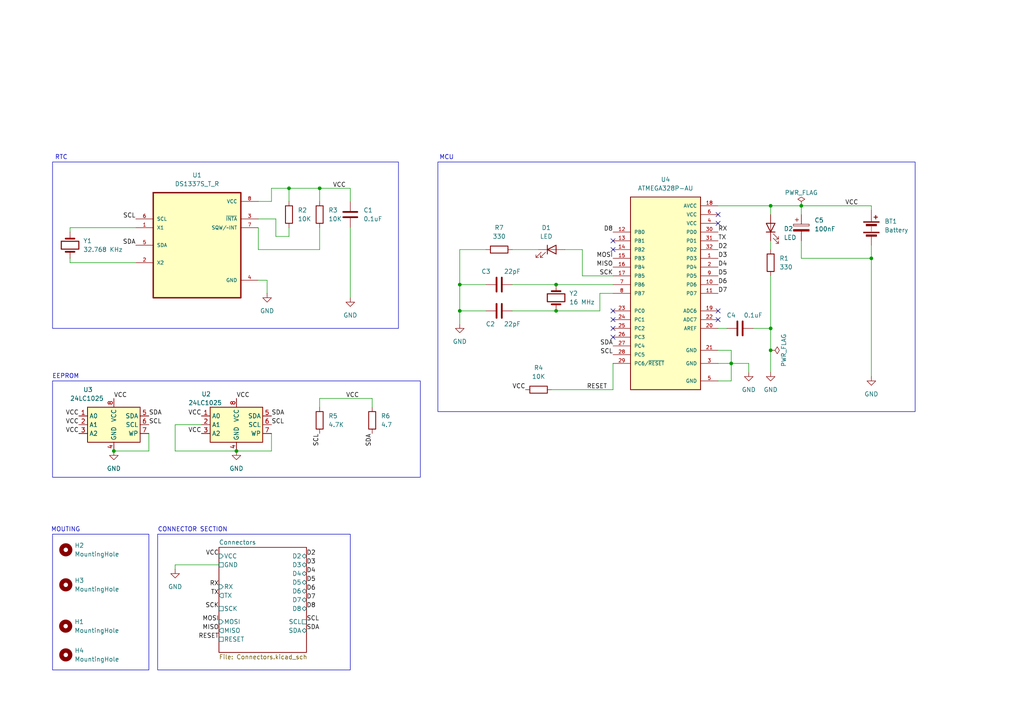
<source format=kicad_sch>
(kicad_sch (version 20231120) (generator "eeschema") (generator_version "8.0")
  (paper "A4")
  (title_block (title "${project_name}") (date "2025-02-01") (rev "1") (comment 1 "Afsal Lais"))
  (lib_symbols
    (symbol "ATMEGA328P-AU:ATMEGA328P-AU" (pin_names (offset 1.016))
      (property "Reference" "U4" (at 0 33.02 0))
      (property "Value" "ATMEGA328P-AU" (at 0 30.48 0))
      (symbol "ATMEGA328P-AU_0_0"
        (rectangle (start -10.16 -27.94) (end 10.16 27.94) (stroke (width 0.254)) (fill (type background)))
        (pin bidirectional line (at 15.24 10.16 180) (length 5.08) (name "PD3") (number "1"))
        (pin bidirectional line (at 15.24 2.54 180) (length 5.08) (name "PD6") (number "10"))
        (pin bidirectional line (at 15.24 0 180) (length 5.08) (name "PD7") (number "11"))
        (pin bidirectional line (at -15.24 17.78 0) (length 5.08) (name "PB0") (number "12"))
        (pin bidirectional line (at -15.24 15.24 0) (length 5.08) (name "PB1") (number "13"))
        (pin bidirectional line (at -15.24 12.7 0) (length 5.08) (name "PB2") (number "14"))
        (pin bidirectional line (at -15.24 10.16 0) (length 5.08) (name "PB3") (number "15"))
        (pin bidirectional line (at -15.24 7.62 0) (length 5.08) (name "PB4") (number "16"))
        (pin bidirectional line (at -15.24 5.08 0) (length 5.08) (name "PB5") (number "17"))
        (pin power_in line (at 15.24 25.4 180) (length 5.08) (name "AVCC") (number "18"))
        (pin bidirectional line (at 15.24 -5.08 180) (length 5.08) (name "ADC6") (number "19"))
        (pin bidirectional line (at 15.24 7.62 180) (length 5.08) (name "PD4") (number "2"))
        (pin input line (at 15.24 -10.16 180) (length 5.08) (name "AREF") (number "20"))
        (pin power_in line (at 15.24 -16.51 180) (length 5.08) (name "GND") (number "21"))
        (pin bidirectional line (at 15.24 -7.62 180) (length 5.08) (name "ADC7") (number "22"))
        (pin bidirectional line (at -15.24 -5.08 0) (length 5.08) (name "PC0") (number "23"))
        (pin bidirectional line (at -15.24 -7.62 0) (length 5.08) (name "PC1") (number "24"))
        (pin bidirectional line (at -15.24 -10.16 0) (length 5.08) (name "PC2") (number "25"))
        (pin bidirectional line (at -15.24 -12.7 0) (length 5.08) (name "PC3") (number "26"))
        (pin bidirectional line (at -15.24 -15.24 0) (length 5.08) (name "PC4") (number "27"))
        (pin bidirectional line (at -15.24 -17.78 0) (length 5.08) (name "PC5") (number "28"))
        (pin bidirectional line (at -15.24 -20.32 0) (length 5.08) (name "PC6/~{RESET}") (number "29"))
        (pin power_in line (at 15.24 -20.32 180) (length 5.08) (name "GND") (number "3"))
        (pin bidirectional line (at 15.24 17.78 180) (length 5.08) (name "PD0") (number "30"))
        (pin bidirectional line (at 15.24 15.24 180) (length 5.08) (name "PD1") (number "31"))
        (pin bidirectional line (at 15.24 12.7 180) (length 5.08) (name "PD2") (number "32"))
        (pin power_in line (at 15.24 20.32 180) (length 5.08) (name "VCC") (number "4"))
        (pin power_in line (at 15.24 -25.4 180) (length 5.08) (name "GND") (number "5"))
        (pin power_in line (at 15.24 22.86 180) (length 5.08) (name "VCC") (number "6"))
        (pin bidirectional line (at -15.24 2.54 0) (length 5.08) (name "PB6") (number "7"))
        (pin bidirectional line (at -15.24 0 0) (length 5.08) (name "PB7") (number "8"))
        (pin bidirectional line (at 15.24 5.08 180) (length 5.08) (name "PD5") (number "9"))
      )
    )
    (symbol "DS1337S_T_R:DS1337S_T_R" (pin_names (offset 1.016))
      (property "Reference" "U" (at -12.7 16.24 0))
      (property "Value" "DS1337S_T_R" (at -12.7 -19.24 0))
      (symbol "DS1337S_T_R_0_0"
        (rectangle (start -12.7 -15.24) (end 12.7 15.24) (stroke (width 0.41)) (fill (type background)))
        (pin input line (at -17.78 5.08 0) (length 5.08) (name "X1") (number "1"))
        (pin bidirectional line (at -17.78 -5.08 0) (length 5.08) (name "X2") (number "2"))
        (pin output line (at 17.78 7.62 180) (length 5.08) (name "~{INTA}") (number "3"))
        (pin power_in line (at 17.78 -10.16 180) (length 5.08) (name "GND") (number "4"))
        (pin bidirectional line (at -17.78 0 0) (length 5.08) (name "SDA") (number "5"))
        (pin input line (at -17.78 7.62 0) (length 5.08) (name "SCL") (number "6"))
        (pin output line (at 17.78 5.08 180) (length 5.08) (name "SQW/~INT") (number "7"))
        (pin power_in line (at 17.78 12.7 180) (length 5.08) (name "VCC") (number "8"))
      )
    )
    (symbol "Device:Battery" (pin_numbers hide) (pin_names (offset 0) hide)
      (property "Reference" "BT" (at 2.54 2.54 0))
      (property "Value" "Battery" (at 2.54 0 0))
      (symbol "Battery_0_1"
        (rectangle (start -2.286 -1.27) (end 2.286 -1.524) (fill (type outline)))
        (rectangle (start -2.286 1.778) (end 2.286 1.524) (fill (type outline)))
        (rectangle (start -1.524 -2.032) (end 1.524 -2.54) (fill (type outline)))
        (rectangle (start -1.524 1.016) (end 1.524 0.508) (fill (type outline)))
        (polyline (pts (xy 0 -1.016) (xy 0 -0.762)))
        (polyline (pts (xy 0 -0.508) (xy 0 -0.254)))
        (polyline (pts (xy 0 0) (xy 0 0.254)))
        (polyline (pts (xy 0 1.778) (xy 0 2.54)))
        (polyline (pts (xy 0.762 3.048) (xy 1.778 3.048)) (stroke (width 0.254)))
        (polyline (pts (xy 1.27 3.556) (xy 1.27 2.54)) (stroke (width 0.254)))
      )
      (symbol "Battery_1_1"
        (pin passive line (at 0 5.08 270) (length 2.54) (name "+") (number "1"))
        (pin passive line (at 0 -5.08 90) (length 2.54) (name "-") (number "2"))
      )
    )
    (symbol "Device:C" (pin_numbers hide) (pin_names (offset 0.254))
      (property "Reference" "C" (at 0.635 2.54 0))
      (property "Value" "C" (at 0.635 -2.54 0))
      (symbol "C_0_1"
        (polyline (pts (xy -2.032 -0.762) (xy 2.032 -0.762)) (stroke (width 0.508)))
        (polyline (pts (xy -2.032 0.762) (xy 2.032 0.762)) (stroke (width 0.508)))
      )
      (symbol "C_1_1"
        (pin passive line (at 0 3.81 270) (length 2.794) (name "~") (number "1"))
        (pin passive line (at 0 -3.81 90) (length 2.794) (name "~") (number "2"))
      )
    )
    (symbol "Device:C_Polarized" (pin_numbers hide) (pin_names (offset 0.254))
      (property "Reference" "C" (at 0.635 2.54 0))
      (property "Value" "C_Polarized" (at 0.635 -2.54 0))
      (symbol "C_Polarized_0_1"
        (rectangle (start -2.286 0.508) (end 2.286 1.016))
        (polyline (pts (xy -1.778 2.286) (xy -0.762 2.286)))
        (polyline (pts (xy -1.27 2.794) (xy -1.27 1.778)))
        (rectangle (start 2.286 -0.508) (end -2.286 -1.016) (fill (type outline)))
      )
      (symbol "C_Polarized_1_1"
        (pin passive line (at 0 3.81 270) (length 2.794) (name "~") (number "1"))
        (pin passive line (at 0 -3.81 90) (length 2.794) (name "~") (number "2"))
      )
    )
    (symbol "Device:Crystal" (pin_numbers hide) (pin_names (offset 1.016) hide)
      (property "Reference" "Y" (at 0 3.81 0))
      (property "Value" "Crystal" (at 0 -3.81 0))
      (symbol "Crystal_0_1"
        (rectangle (start -1.143 2.54) (end 1.143 -2.54) (stroke (width 0.3048)))
        (polyline (pts (xy -2.54 0) (xy -1.905 0)))
        (polyline (pts (xy -1.905 -1.27) (xy -1.905 1.27)) (stroke (width 0.508)))
        (polyline (pts (xy 1.905 -1.27) (xy 1.905 1.27)) (stroke (width 0.508)))
        (polyline (pts (xy 2.54 0) (xy 1.905 0)))
      )
      (symbol "Crystal_1_1"
        (pin passive line (at -3.81 0 0) (length 1.27) (name "1") (number "1"))
        (pin passive line (at 3.81 0 180) (length 1.27) (name "2") (number "2"))
      )
    )
    (symbol "Device:LED" (pin_numbers hide) (pin_names (offset 1.016) hide)
      (property "Reference" "D" (at 0 2.54 0))
      (property "Value" "LED" (at 0 -2.54 0))
      (symbol "LED_0_1"
        (polyline (pts (xy -1.27 -1.27) (xy -1.27 1.27)) (stroke (width 0.254)))
        (polyline (pts (xy -1.27 0) (xy 1.27 0)))
        (polyline (pts (xy 1.27 -1.27) (xy 1.27 1.27) (xy -1.27 0) (xy 1.27 -1.27)) (stroke (width 0.254)))
        (polyline (pts (xy -3.048 -0.762) (xy -4.572 -2.286) (xy -3.81 -2.286) (xy -4.572 -2.286) (xy -4.572 -1.524)))
        (polyline (pts (xy -1.778 -0.762) (xy -3.302 -2.286) (xy -2.54 -2.286) (xy -3.302 -2.286) (xy -3.302 -1.524)))
      )
      (symbol "LED_1_1"
        (pin passive line (at -3.81 0 0) (length 2.54) (name "K") (number "1"))
        (pin passive line (at 3.81 0 180) (length 2.54) (name "A") (number "2"))
      )
    )
    (symbol "Device:R" (pin_numbers hide) (pin_names (offset 0))
      (property "Reference" "R" (at 2.032 0 90))
      (property "Value" "R" (at 0 0 90))
      (symbol "R_0_1"
        (rectangle (start -1.016 -2.54) (end 1.016 2.54) (stroke (width 0.254)))
      )
      (symbol "R_1_1"
        (pin passive line (at 0 3.81 270) (length 1.27) (name "~") (number "1"))
        (pin passive line (at 0 -3.81 90) (length 1.27) (name "~") (number "2"))
      )
    )
    (symbol "Mechanical:MountingHole" (pin_names (offset 1.016)) (exclude_from_sim yes) (in_bom no)
      (property "Reference" "H" (at 0 5.08 0))
      (property "Value" "MountingHole" (at 0 3.175 0))
      (symbol "MountingHole_0_1"
        (circle (center 0 0) (radius 1.27) (stroke (width 1.27)))
      )
    )
    (symbol "Memory_EEPROM:24LC1025"
      (property "Reference" "U" (at -6.35 6.35 0))
      (property "Value" "24LC1025" (at 1.27 6.35 0))
      (symbol "24LC1025_1_1"
        (rectangle (start -7.62 5.08) (end 7.62 -5.08) (stroke (width 0.254)) (fill (type background)))
        (pin input line (at -10.16 2.54 0) (length 2.54) (name "A0") (number "1"))
        (pin input line (at -10.16 0 0) (length 2.54) (name "A1") (number "2"))
        (pin input line (at -10.16 -2.54 0) (length 2.54) (name "A2") (number "3"))
        (pin power_in line (at 0 -7.62 90) (length 2.54) (name "GND") (number "4"))
        (pin bidirectional line (at 10.16 2.54 180) (length 2.54) (name "SDA") (number "5"))
        (pin input line (at 10.16 0 180) (length 2.54) (name "SCL") (number "6"))
        (pin input line (at 10.16 -2.54 180) (length 2.54) (name "WP") (number "7"))
        (pin power_in line (at 0 7.62 270) (length 2.54) (name "VCC") (number "8"))
      )
    )
    (symbol "power:GND" (power) (pin_numbers hide) (pin_names (offset 0) hide)
      (property "Value" "GND" (at 0 -3.81 0))
      (symbol "GND_0_1"
        (polyline (pts (xy 0 0) (xy 0 -1.27) (xy 1.27 -1.27) (xy 0 -2.54) (xy -1.27 -1.27) (xy 0 -1.27)))
      )
      (symbol "GND_1_1"
        (pin power_in line (at 0 0 270) (length 0) (name "~") (number "1"))
      )
    )
    (symbol "power:PWR_FLAG" (power) (pin_numbers hide) (pin_names (offset 0) hide)
      (property "Value" "PWR_FLAG" (at 0 3.81 0))
      (symbol "PWR_FLAG_0_0"
        (pin power_out line (at 0 0 90) (length 0) (name "~") (number "1"))
      )
      (symbol "PWR_FLAG_0_1"
        (polyline (pts (xy 0 0) (xy 0 1.27) (xy -1.016 1.905) (xy 0 2.54) (xy 1.016 1.905) (xy 0 1.27)))
      )
    )
  )
  (junction (at 232.41 59.69))
  (junction (at 161.29 90.17))
  (junction (at 161.29 82.55))
  (junction (at 33.02 130.81))
  (junction (at 133.35 82.55))
  (junction (at 223.52 95.25))
  (junction (at 68.58 130.81))
  (junction (at 212.09 105.41))
  (junction (at 83.82 54.61))
  (junction (at 223.52 101.6))
  (junction (at 223.52 59.69))
  (junction (at 133.35 90.17))
  (junction (at 92.71 54.61))
  (junction (at 252.73 74.93))
  (no_connect (at 208.28 90.17))
  (no_connect (at 177.8 72.39))
  (no_connect (at 208.28 64.77))
  (no_connect (at 177.8 92.71))
  (no_connect (at 177.8 95.25))
  (no_connect (at 208.28 92.71))
  (no_connect (at 177.8 90.17))
  (no_connect (at 208.28 62.23))
  (no_connect (at 177.8 97.79))
  (no_connect (at 177.8 69.85))
  (wire (pts (xy 163.83 72.39) (xy 168.91 72.39)))
  (wire (pts (xy 107.95 115.57) (xy 107.95 118.11)))
  (wire (pts (xy 74.93 63.5) (xy 80.01 63.5)))
  (wire (pts (xy 140.97 72.39) (xy 133.35 72.39)))
  (wire (pts (xy 74.93 58.42) (xy 78.74 58.42)))
  (wire (pts (xy 148.59 82.55) (xy 161.29 82.55)))
  (wire (pts (xy 78.74 58.42) (xy 78.74 54.61)))
  (wire (pts (xy 133.35 90.17) (xy 133.35 93.98)))
  (wire (pts (xy 168.91 80.01) (xy 177.8 80.01)))
  (wire (pts (xy 20.32 66.04) (xy 20.32 67.31)))
  (wire (pts (xy 78.74 125.73) (xy 78.74 130.81)))
  (wire (pts (xy 223.52 101.6) (xy 223.52 107.95)))
  (wire (pts (xy 223.52 95.25) (xy 223.52 101.6)))
  (wire (pts (xy 92.71 118.11) (xy 92.71 115.57)))
  (wire (pts (xy 133.35 72.39) (xy 133.35 82.55)))
  (wire (pts (xy 20.32 74.93) (xy 20.32 76.2)))
  (wire (pts (xy 217.17 105.41) (xy 212.09 105.41)))
  (wire (pts (xy 217.17 107.95) (xy 217.17 105.41)))
  (wire (pts (xy 83.82 54.61) (xy 83.82 58.42)))
  (wire (pts (xy 133.35 90.17) (xy 140.97 90.17)))
  (wire (pts (xy 252.73 59.69) (xy 232.41 59.69)))
  (wire (pts (xy 223.52 59.69) (xy 208.28 59.69)))
  (wire (pts (xy 50.8 123.19) (xy 50.8 130.81)))
  (wire (pts (xy 74.93 66.04) (xy 74.93 72.39)))
  (wire (pts (xy 232.41 59.69) (xy 232.41 62.23)))
  (wire (pts (xy 80.01 68.58) (xy 83.82 68.58)))
  (wire (pts (xy 252.73 74.93) (xy 252.73 109.22)))
  (wire (pts (xy 43.18 125.73) (xy 43.18 130.81)))
  (wire (pts (xy 160.02 113.03) (xy 177.8 113.03)))
  (wire (pts (xy 50.8 163.83) (xy 50.8 165.1)))
  (wire (pts (xy 92.71 115.57) (xy 107.95 115.57)))
  (wire (pts (xy 39.37 76.2) (xy 20.32 76.2)))
  (wire (pts (xy 223.52 59.69) (xy 223.52 62.23)))
  (wire (pts (xy 39.37 66.04) (xy 20.32 66.04)))
  (wire (pts (xy 78.74 130.81) (xy 68.58 130.81)))
  (wire (pts (xy 92.71 54.61) (xy 101.6 54.61)))
  (wire (pts (xy 50.8 130.81) (xy 68.58 130.81)))
  (wire (pts (xy 148.59 72.39) (xy 156.21 72.39)))
  (wire (pts (xy 92.71 54.61) (xy 92.71 58.42)))
  (wire (pts (xy 212.09 105.41) (xy 212.09 110.49)))
  (wire (pts (xy 223.52 80.01) (xy 223.52 95.25)))
  (wire (pts (xy 74.93 72.39) (xy 92.71 72.39)))
  (wire (pts (xy 80.01 63.5) (xy 80.01 68.58)))
  (wire (pts (xy 223.52 69.85) (xy 223.52 72.39)))
  (wire (pts (xy 232.41 59.69) (xy 223.52 59.69)))
  (wire (pts (xy 212.09 110.49) (xy 208.28 110.49)))
  (wire (pts (xy 177.8 113.03) (xy 177.8 105.41)))
  (wire (pts (xy 78.74 54.61) (xy 83.82 54.61)))
  (wire (pts (xy 161.29 90.17) (xy 173.99 90.17)))
  (wire (pts (xy 83.82 54.61) (xy 92.71 54.61)))
  (wire (pts (xy 83.82 68.58) (xy 83.82 66.04)))
  (wire (pts (xy 140.97 82.55) (xy 133.35 82.55)))
  (wire (pts (xy 218.44 95.25) (xy 223.52 95.25)))
  (wire (pts (xy 101.6 54.61) (xy 101.6 58.42)))
  (wire (pts (xy 252.73 71.12) (xy 252.73 74.93)))
  (wire (pts (xy 252.73 60.96) (xy 252.73 59.69)))
  (wire (pts (xy 161.29 82.55) (xy 177.8 82.55)))
  (wire (pts (xy 58.42 123.19) (xy 50.8 123.19)))
  (wire (pts (xy 133.35 82.55) (xy 133.35 90.17)))
  (wire (pts (xy 148.59 90.17) (xy 161.29 90.17)))
  (wire (pts (xy 208.28 105.41) (xy 212.09 105.41)))
  (wire (pts (xy 208.28 95.25) (xy 210.82 95.25)))
  (wire (pts (xy 212.09 101.6) (xy 212.09 105.41)))
  (wire (pts (xy 101.6 66.04) (xy 101.6 86.36)))
  (wire (pts (xy 92.71 72.39) (xy 92.71 66.04)))
  (wire (pts (xy 63.5 163.83) (xy 50.8 163.83)))
  (wire (pts (xy 43.18 130.81) (xy 33.02 130.81)))
  (wire (pts (xy 232.41 69.85) (xy 232.41 74.93)))
  (wire (pts (xy 232.41 74.93) (xy 252.73 74.93)))
  (wire (pts (xy 77.47 81.28) (xy 77.47 85.09)))
  (wire (pts (xy 168.91 72.39) (xy 168.91 80.01)))
  (wire (pts (xy 74.93 81.28) (xy 77.47 81.28)))
  (wire (pts (xy 173.99 90.17) (xy 173.99 85.09)))
  (wire (pts (xy 208.28 101.6) (xy 212.09 101.6)))
  (wire (pts (xy 173.99 85.09) (xy 177.8 85.09)))
  (rectangle (start 15.24 110.49) (end 121.92 138.43))
  (rectangle (start 15.24 154.94) (end 43.18 194.31))
  (rectangle (start 45.72 154.94) (end 101.6 194.31))
  (rectangle (start 127 46.99) (end 265.43 119.38))
  (rectangle (start 15.24 46.99) (end 115.57 95.25))
  (text "EEPROM\n" (at 19.05 109.22 0) (effects (font (size 1.27 1.27))))
  (text "RTC" (at 17.78 45.72 0) (effects (font (size 1.27 1.27))))
  (text "CONNECTOR SECTION" (at 55.88 153.67 0) (effects (font (size 1.27 1.27))))
  (text "MOUTING" (at 19.05 153.67 0) (effects (font (size 1.27 1.27))))
  (text "MCU\n" (at 129.54 45.72 0) (effects (font (size 1.27 1.27))))
  (label "SCL" (at 43.18 123.19 0))
  (label "MOSI" (at 177.8 74.93 180))
  (label "D4" (at 208.28 77.47 0))
  (label "VCC" (at 100.33 115.57 0))
  (label "RESET" (at 63.5 185.42 180))
  (label "VCC" (at 96.52 54.61 0))
  (label "VCC" (at 22.86 120.65 180))
  (label "D4" (at 88.9 166.37 0))
  (label "SDA" (at 88.9 182.88 0))
  (label "VCC" (at 22.86 125.73 180))
  (label "SDA" (at 43.18 120.65 0))
  (label "D3" (at 88.9 163.83 0))
  (label "SCL" (at 39.37 63.5 180))
  (label "RESET" (at 170.18 113.03 0))
  (label "VCC" (at 58.42 125.73 180))
  (label "D5" (at 208.28 80.01 0))
  (label "SCL" (at 78.74 123.19 0))
  (label "SCK" (at 63.5 176.53 180))
  (label "VCC" (at 22.86 123.19 180))
  (label "SDA" (at 107.95 125.73 270))
  (label "VCC" (at 245.11 59.69 0))
  (label "SDA" (at 78.74 120.65 0))
  (label "SCL" (at 88.9 180.34 0))
  (label "D7" (at 88.9 173.99 0))
  (label "VCC" (at 152.4 113.03 180))
  (label "RX" (at 208.28 67.31 0))
  (label "SDA" (at 177.8 100.33 180))
  (label "RX" (at 63.5 170.18 180))
  (label "D5" (at 88.9 168.91 0))
  (label "D6" (at 88.9 171.45 0))
  (label "VCC" (at 63.5 161.29 180))
  (label "SCL" (at 92.71 125.73 270))
  (label "VCC" (at 33.02 115.57 0))
  (label "SCL" (at 177.8 102.87 180))
  (label "SCK" (at 177.8 80.01 180))
  (label "D2" (at 88.9 161.29 0))
  (label "D2" (at 208.28 72.39 0))
  (label "SDA" (at 39.37 71.12 180))
  (label "VCC" (at 58.42 120.65 180))
  (label "MISO" (at 63.5 182.88 180))
  (label "D7" (at 208.28 85.09 0))
  (label "MOSI" (at 63.5 180.34 180))
  (label "D8" (at 177.8 67.31 180))
  (label "TX" (at 63.5 172.72 180))
  (label "MISO" (at 177.8 77.47 180))
  (label "D3" (at 208.28 74.93 0))
  (label "D8" (at 88.9 176.53 0))
  (label "TX" (at 208.28 69.85 0))
  (label "VCC" (at 68.58 115.57 0))
  (label "D6" (at 208.28 82.55 0))
  (symbol (lib_id "Device:C") (at 101.6 62.23 0) (unit 1)
    (property "Reference" "C1" (at 105.41 60.9599 0) (effects (justify left)))
    (property "Value" "0.1uF" (at 105.41 63.4999 0) (effects (justify left)))
    (property "Footprint" "Capacitor_SMD:C_0805_2012Metric" (effects (hide yes)))
    (property "Description" "Unpolarized capacitor" (effects (hide yes)))
  )
  (symbol (lib_id "Device:R") (at 92.71 121.92 0) (unit 1)
    (property "Reference" "R5" (at 95.25 120.6499 0) (effects (justify left)))
    (property "Value" "4.7K" (at 95.25 123.1899 0) (effects (justify left)))
    (property "Footprint" "Resistor_SMD:R_0805_2012Metric" (effects (hide yes)))
    (property "Description" "Resistor" (effects (hide yes)))
  )
  (symbol (lib_id "power:GND") (at 217.17 107.95 0) (unit 1)
    (property "Reference" "#PWR05" (effects (hide yes)))
    (property "Value" "GND" (at 217.17 113.03 0))
    (property "Description" "Power symbol creates a global label with name \"GND\" , ground" (effects (hide yes)))
  )
  (symbol (lib_id "power:GND") (at 223.52 107.95 0) (unit 1)
    (property "Reference" "#PWR06" (effects (hide yes)))
    (property "Value" "GND" (at 223.52 113.03 0))
    (property "Description" "Power symbol creates a global label with name \"GND\" , ground" (effects (hide yes)))
  )
  (symbol (lib_id "ATMEGA328P-AU:ATMEGA328P-AU") (at 193.04 85.09 0) (unit 1)
    (property "Reference" "U4" (at 193.04 52.07 0))
    (property "Value" "ATMEGA328P-AU" (at 193.04 54.61 0))
    (property "Footprint" "ATMEGA328P-AU:QFP80P900X900X120-32N" (effects (hide yes)))
    (property "MF" "MICROCHIP TECH." (effects (hide yes)))
    (property "MAXIMUM_PACKAGE_HEIGHT" "1.20mm" (effects (hide yes)))
    (property "Package" "TQFP-32 Microchip" (effects (hide yes)))
    (property "Price" "None" (effects (hide yes)))
    (property "Check_prices" "https://www.snapeda.com/parts/ATMEGA328P-AU/Microchip/view-part/?ref=eda" (effects (hide yes)))
    (property "STANDARD" "IPC-7351B" (effects (hide yes)))
    (property "PARTREV" "8271A" (effects (hide yes)))
    (property "SnapEDA_Link" "https://www.snapeda.com/parts/ATMEGA328P-AU/Microchip/view-part/?ref=snap" (effects (hide yes)))
    (property "MP" "ATMEGA328P-AU" (effects (hide yes)))
    (property "Description_1" "\n                        \n                            MCU 8-bit - AVR ATmega Family ATmega328 Series Microcontrollers - 20 MHz - 32 KB - 2 KB - 32 Pins.\n                        \n" (effects (hide yes)))
    (property "Availability" "In Stock" (effects (hide yes)))
    (property "MANUFACTURER" "Microchip" (effects (hide yes)))
  )
  (symbol (lib_id "DS1337S_T_R:DS1337S_T_R") (at 57.15 71.12 0) (unit 1)
    (property "Reference" "U1" (at 57.15 50.8 0))
    (property "Value" "DS1337S_T_R" (at 57.15 53.34 0))
    (property "Footprint" "DS1337S_T_R:SOIC127P600X175-8N" (effects (hide yes)))
    (property "MF" "Analog Devices" (effects (hide yes)))
    (property "Description_1" "\n                        \n                            Real Time Clock (RTC) IC Clock/Calendar - I²C, 2-Wire Serial 8-SOIC (0.154, 3.90mm Width)\n                        \n" (effects (hide yes)))
    (property "Package" "SOIC-8 Maxim" (effects (hide yes)))
    (property "Price" "None" (effects (hide yes)))
    (property "SnapEDA_Link" "https://www.snapeda.com/parts/DS1337S+T/Analog+Devices/view-part/?ref=snap" (effects (hide yes)))
    (property "MP" "DS1337S+T" (effects (hide yes)))
    (property "Availability" "Not in stock" (effects (hide yes)))
    (property "Check_prices" "https://www.snapeda.com/parts/DS1337S+T/Analog+Devices/view-part/?ref=eda" (effects (hide yes)))
  )
  (symbol (lib_id "Device:Crystal") (at 20.32 71.12 90) (unit 1)
    (property "Reference" "Y1" (at 24.13 69.8499 90) (effects (justify right)))
    (property "Value" "32.768 KHz" (at 24.13 72.3899 90) (effects (justify right)))
    (property "Footprint" "Crystal:Crystal_SMD_5032-2Pin_5.0x3.2mm_HandSoldering" (effects (hide yes)))
    (property "Description" "Two pin crystal" (effects (hide yes)))
  )
  (symbol (lib_id "power:GND") (at 50.8 165.1 0) (unit 1)
    (property "Reference" "#PWR09" (effects (hide yes)))
    (property "Value" "GND" (at 50.8 170.18 0))
    (property "Description" "Power symbol creates a global label with name \"GND\" , ground" (effects (hide yes)))
  )
  (symbol (lib_id "Device:R") (at 92.71 62.23 0) (unit 1)
    (property "Reference" "R3" (at 95.25 60.9599 0) (effects (justify left)))
    (property "Value" "10K" (at 95.25 63.4999 0) (effects (justify left)))
    (property "Footprint" "Resistor_SMD:R_0805_2012Metric" (effects (hide yes)))
    (property "Description" "Resistor" (effects (hide yes)))
  )
  (symbol (lib_id "Device:R") (at 156.21 113.03 270) (unit 1)
    (property "Reference" "R4" (at 156.21 106.68 90))
    (property "Value" "10K" (at 156.21 109.22 90))
    (property "Footprint" "Resistor_SMD:R_0805_2012Metric" (effects (hide yes)))
    (property "Description" "Resistor" (effects (hide yes)))
  )
  (symbol (lib_id "power:GND") (at 133.35 93.98 0) (unit 1)
    (property "Reference" "#PWR08" (effects (hide yes)))
    (property "Value" "GND" (at 133.35 99.06 0))
    (property "Description" "Power symbol creates a global label with name \"GND\" , ground" (effects (hide yes)))
  )
  (symbol (lib_id "Device:LED") (at 160.02 72.39 0) (unit 1)
    (property "Reference" "D1" (at 158.4325 66.04 0))
    (property "Value" "LED" (at 158.4325 68.58 0))
    (property "Footprint" "LED_SMD:LED_0805_2012Metric" (effects (hide yes)))
    (property "Description" "Light emitting diode" (effects (hide yes)))
  )
  (symbol (lib_id "power:GND") (at 252.73 109.22 0) (unit 1)
    (property "Reference" "#PWR07" (effects (hide yes)))
    (property "Value" "GND" (at 252.73 114.3 0))
    (property "Description" "Power symbol creates a global label with name \"GND\" , ground" (effects (hide yes)))
  )
  (symbol (lib_id "power:PWR_FLAG") (at 223.52 101.6 270) (unit 1)
    (property "Reference" "#FLG02" (effects (hide yes)))
    (property "Value" "PWR_FLAG" (at 227.33 101.6 0))
    (property "Description" "Special symbol for telling ERC where power comes from" (effects (hide yes)))
  )
  (symbol (lib_id "Mechanical:MountingHole") (at 19.0855 189.9506 0) (unit 1) (exclude_from_sim yes) (in_bom no)
    (property "Reference" "H4" (at 21.6255 188.6805 0) (effects (justify left)))
    (property "Value" "MountingHole" (at 21.6255 191.2205 0) (effects (justify left)))
    (property "Footprint" "MountingHole:MountingHole_2.1mm" (effects (hide yes)))
    (property "Description" "Mounting Hole without connection" (effects (hide yes)))
  )
  (symbol (lib_id "Mechanical:MountingHole") (at 19.0855 169.6306 0) (unit 1) (exclude_from_sim yes) (in_bom no)
    (property "Reference" "H3" (at 21.6255 168.3605 0) (effects (justify left)))
    (property "Value" "MountingHole" (at 21.6255 170.9005 0) (effects (justify left)))
    (property "Footprint" "MountingHole:MountingHole_2.1mm" (effects (hide yes)))
    (property "Description" "Mounting Hole without connection" (effects (hide yes)))
  )
  (symbol (lib_id "Device:Battery") (at 252.73 66.04 0) (unit 1)
    (property "Reference" "BT1" (at 256.54 64.1984 0) (effects (justify left)))
    (property "Value" "Battery" (at 256.54 66.7384 0) (effects (justify left)))
    (property "Footprint" "Connector_PinHeader_2.54mm:PinHeader_1x02_P2.54mm_Vertical" (effects (hide yes)))
    (property "Description" "Multiple-cell battery" (effects (hide yes)))
  )
  (symbol (lib_id "Memory_EEPROM:24LC1025") (at 33.02 123.19 0) (unit 1)
    (property "Reference" "U3" (at 24.13 113.03 0) (effects (justify left)))
    (property "Value" "24LC1025" (at 20.32 115.57 0) (effects (justify left)))
    (property "Footprint" "Package_SO:SOIC-8_5.23x5.23mm_P1.27mm" (effects (hide yes)))
    (property "Datasheet" "http://ww1.microchip.com/downloads/en/DeviceDoc/21941B.pdf" (effects (hide yes)))
    (property "Description" "I2C Serial EEPROM, 1024Kb, DIP-8/SOIC-8/TSSOP-8/DFN-8" (effects (hide yes)))
  )
  (symbol (lib_id "Device:C_Polarized") (at 232.41 66.04 0) (unit 1)
    (property "Reference" "C5" (at 236.22 63.8809 0) (effects (justify left)))
    (property "Value" "100nF" (at 236.22 66.4209 0) (effects (justify left)))
    (property "Footprint" "Capacitor_SMD:C_0805_2012Metric" (effects (hide yes)))
    (property "Description" "Polarized capacitor" (effects (hide yes)))
  )
  (symbol (lib_id "power:GND") (at 68.58 130.81 0) (unit 1)
    (property "Reference" "#PWR04" (effects (hide yes)))
    (property "Value" "GND" (at 68.58 135.89 0))
    (property "Description" "Power symbol creates a global label with name \"GND\" , ground" (effects (hide yes)))
  )
  (symbol (lib_id "power:GND") (at 33.02 130.81 0) (unit 1)
    (property "Reference" "#PWR03" (effects (hide yes)))
    (property "Value" "GND" (at 33.02 135.89 0))
    (property "Description" "Power symbol creates a global label with name \"GND\" , ground" (effects (hide yes)))
  )
  (symbol (lib_id "power:GND") (at 77.47 85.09 0) (unit 1)
    (property "Reference" "#PWR01" (effects (hide yes)))
    (property "Value" "GND" (at 77.47 90.17 0))
    (property "Description" "Power symbol creates a global label with name \"GND\" , ground" (effects (hide yes)))
  )
  (symbol (lib_id "Device:Crystal") (at 161.29 86.36 90) (unit 1)
    (property "Reference" "Y2" (at 165.1 85.0899 90) (effects (justify right)))
    (property "Value" "16 MHz" (at 165.1 87.6299 90) (effects (justify right)))
    (property "Footprint" "Crystal:Crystal_SMD_5032-2Pin_5.0x3.2mm_HandSoldering" (effects (hide yes)))
    (property "Description" "Two pin crystal" (effects (hide yes)))
  )
  (symbol (lib_id "power:PWR_FLAG") (at 232.41 59.69 0) (unit 1)
    (property "Reference" "#FLG01" (effects (hide yes)))
    (property "Value" "PWR_FLAG" (at 232.41 55.88 0))
    (property "Description" "Special symbol for telling ERC where power comes from" (effects (hide yes)))
  )
  (symbol (lib_id "Device:R") (at 223.52 76.2 0) (unit 1)
    (property "Reference" "R1" (at 226.06 74.9299 0) (effects (justify left)))
    (property "Value" "330" (at 226.06 77.4699 0) (effects (justify left)))
    (property "Footprint" "Resistor_SMD:R_0805_2012Metric" (effects (hide yes)))
    (property "Description" "Resistor" (effects (hide yes)))
  )
  (symbol (lib_id "Memory_EEPROM:24LC1025") (at 68.58 123.19 0) (unit 1)
    (property "Reference" "U2" (at 58.42 114.3 0) (effects (justify left)))
    (property "Value" "24LC1025" (at 54.61 116.84 0) (effects (justify left)))
    (property "Footprint" "Package_SO:SOIC-8_5.23x5.23mm_P1.27mm" (effects (hide yes)))
    (property "Datasheet" "http://ww1.microchip.com/downloads/en/DeviceDoc/21941B.pdf" (effects (hide yes)))
    (property "Description" "I2C Serial EEPROM, 1024Kb, DIP-8/SOIC-8/TSSOP-8/DFN-8" (effects (hide yes)))
  )
  (symbol (lib_id "Mechanical:MountingHole") (at 19.05 181.61 0) (unit 1) (exclude_from_sim yes) (in_bom no)
    (property "Reference" "H1" (at 21.59 180.3399 0) (effects (justify left)))
    (property "Value" "MountingHole" (at 21.59 182.8799 0) (effects (justify left)))
    (property "Footprint" "MountingHole:MountingHole_2.1mm" (effects (hide yes)))
    (property "Description" "Mounting Hole without connection" (effects (hide yes)))
  )
  (symbol (lib_id "Device:R") (at 83.82 62.23 0) (unit 1)
    (property "Reference" "R2" (at 86.36 60.9599 0) (effects (justify left)))
    (property "Value" "10K" (at 86.36 63.4999 0) (effects (justify left)))
    (property "Footprint" "Resistor_SMD:R_0805_2012Metric" (effects (hide yes)))
    (property "Description" "Resistor" (effects (hide yes)))
  )
  (symbol (lib_id "Mechanical:MountingHole") (at 19.0855 159.4706 0) (unit 1) (exclude_from_sim yes) (in_bom no)
    (property "Reference" "H2" (at 21.6255 158.2005 0) (effects (justify left)))
    (property "Value" "MountingHole" (at 21.6255 160.7405 0) (effects (justify left)))
    (property "Footprint" "MountingHole:MountingHole_2.1mm" (effects (hide yes)))
    (property "Description" "Mounting Hole without connection" (effects (hide yes)))
  )
  (symbol (lib_id "Device:LED") (at 223.52 66.04 90) (unit 1)
    (property "Reference" "D2" (at 227.33 66.3574 90) (effects (justify right)))
    (property "Value" "LED" (at 227.33 68.8974 90) (effects (justify right)))
    (property "Footprint" "LED_SMD:LED_0805_2012Metric" (effects (hide yes)))
    (property "Description" "Light emitting diode" (effects (hide yes)))
  )
  (symbol (lib_id "Device:C") (at 144.78 82.55 270) (unit 1)
    (property "Reference" "C3" (at 140.97 78.74 90))
    (property "Value" "22pF" (at 148.59 78.74 90))
    (property "Footprint" "Capacitor_SMD:C_0805_2012Metric" (effects (hide yes)))
    (property "Description" "Unpolarized capacitor" (effects (hide yes)))
  )
  (symbol (lib_id "Device:R") (at 144.78 72.39 90) (unit 1)
    (property "Reference" "R7" (at 144.78 66.04 90))
    (property "Value" "330" (at 144.78 68.58 90))
    (property "Footprint" "Resistor_SMD:R_0805_2012Metric" (effects (hide yes)))
    (property "Description" "Resistor" (effects (hide yes)))
  )
  (symbol (lib_id "Device:R") (at 107.95 121.92 0) (unit 1)
    (property "Reference" "R6" (at 110.49 120.6499 0) (effects (justify left)))
    (property "Value" "4.7" (at 110.49 123.1899 0) (effects (justify left)))
    (property "Footprint" "Resistor_SMD:R_0805_2012Metric" (effects (hide yes)))
    (property "Description" "Resistor" (effects (hide yes)))
  )
  (symbol (lib_id "power:GND") (at 101.6 86.36 0) (unit 1)
    (property "Reference" "#PWR02" (effects (hide yes)))
    (property "Value" "GND" (at 101.6 91.44 0))
    (property "Description" "Power symbol creates a global label with name \"GND\" , ground" (effects (hide yes)))
  )
  (symbol (lib_id "Device:C") (at 214.63 95.25 90) (unit 1)
    (property "Reference" "C4" (at 212.09 91.44 90))
    (property "Value" "0.1uF" (at 218.44 91.44 90))
    (property "Footprint" "Capacitor_SMD:C_0805_2012Metric" (effects (hide yes)))
    (property "Description" "Unpolarized capacitor" (effects (hide yes)))
  )
  (symbol (lib_id "Device:C") (at 144.78 90.17 90) (unit 1)
    (property "Reference" "C2" (at 142.24 93.98 90))
    (property "Value" "22pF" (at 148.59 93.98 90))
    (property "Footprint" "Capacitor_SMD:C_0805_2012Metric" (effects (hide yes)))
    (property "Description" "Unpolarized capacitor" (effects (hide yes)))
  )
  (sheet (at 63.5 158.75) (size 25.4 30.48) (stroke (width 0.1524))
    (property "Sheetname" "Connectors" (at 63.5 158.0384 0) (effects (justify left bottom)))
    (property "Sheetfile" "Connectors.kicad_sch" (at 63.5 189.8146 0) (effects (justify left top)))
    (pin "GND" passive (at 63.5 163.83 180))
    (pin "RX" input (at 63.5 170.18 180))
    (pin "TX" output (at 63.5 172.72 180))
    (pin "VCC" input (at 63.5 161.29 180))
    (pin "SDA" bidirectional (at 88.9 182.88 0))
    (pin "D7" bidirectional (at 88.9 173.99 0))
    (pin "D8" bidirectional (at 88.9 176.53 0))
    (pin "D5" bidirectional (at 88.9 168.91 0))
    (pin "D6" bidirectional (at 88.9 171.45 0))
    (pin "D4" bidirectional (at 88.9 166.37 0))
    (pin "D2" bidirectional (at 88.9 161.29 0))
    (pin "D3" bidirectional (at 88.9 163.83 0))
    (pin "SCK" passive (at 63.5 176.53 180))
    (pin "MOSI" input (at 63.5 180.34 180))
    (pin "MISO" output (at 63.5 182.88 180))
    (pin "RESET" passive (at 63.5 185.42 180))
    (pin "SCL" passive (at 88.9 180.34 0))
  )
)
</source>
